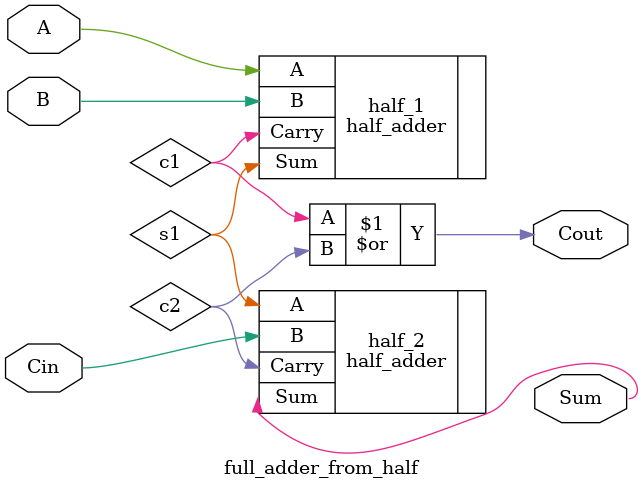
<source format=v>
/* verilator lint_off MULTITOP */
module full_adder_from_half (
    input  A,
    input  B,
    input  Cin,
    output Sum,
    output Cout
);

  /* verilator lint_off UNOPTFLAT */
  wire s1, c1, c2;

  half_adder half_1 (
      .A(A),
      .B(B),
      .Sum(s1),
      .Carry(c1)
  );

  half_adder half_2 (
      .A(s1),
      .B(Cin),
      .Sum(Sum),
      .Carry(c2)
  );

  assign Cout = c1 | c2;

endmodule

</source>
